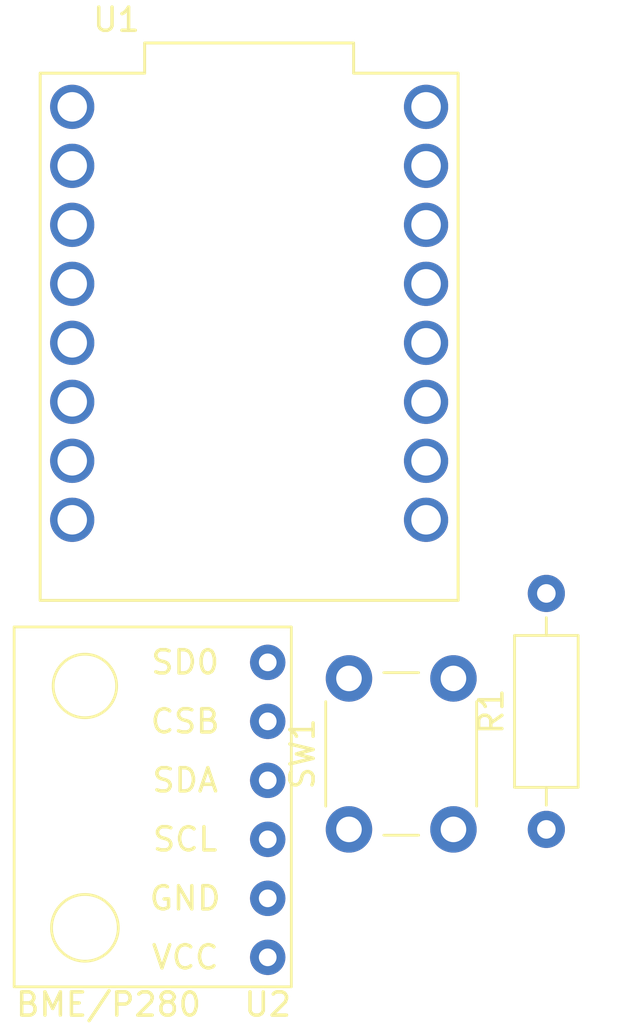
<source format=kicad_pcb>
(kicad_pcb (version 20240108) (generator "pcbnew") (generator_version "8.0")
  (layers (0 "F.Cu" signal) (31 "B.Cu" signal) (34 "B.Paste" user) (35 "F.Paste" user) (36 "B.SilkS" user "B.Silkscreen") (37 "F.SilkS" user "F.Silkscreen") (38 "B.Mask" user) (39 "F.Mask" user) (44 "Edge.Cuts" user))
  (net 0 "")
  (net 1 "GND")
  (net 2 "Net-(U1-GPIO1{slash}A)")
  (net 3 "+3V3")
  (net 8 "Net-(U1-GPIO9{slash}SCL)")
  (net 16 "Net-(U1-GPIO8{slash}SDA)")
  (footprint "Button_Switch_THT:SW_PUSH_6mm_H5mm" (layer "F.Cu") (at 145.5 116 90)
    (property "Reference" "SW1" (at 3.25 -2 270) (layer "F.SilkS"))
    (property "Value" "SW_Push")
    (fp_line (start 5.5 -1) (end 1 -1) (stroke (width 0.12)) (layer "F.SilkS"))
    (fp_line (start -0.25 1.5) (end -0.25 3) (stroke (width 0.12)) (layer "F.SilkS"))
    (fp_line (start 6.75 3) (end 6.75 1.5) (stroke (width 0.12)) (layer "F.SilkS"))
    (fp_line (start 1 5.5) (end 5.5 5.5) (stroke (width 0.12)) (layer "F.SilkS"))
    (pad "1" thru_hole circle (at 0 0 180) (size 2 2) (drill 1.1) (layers "*.Cu" "*.Mask") (net 3 "+3V3"))
    (pad "1" thru_hole circle (at 6.5 0 180) (size 2 2) (drill 1.1) (layers "*.Cu" "*.Mask") (net 3 "+3V3"))
    (pad "2" thru_hole circle (at 0 4.5 180) (size 2 2) (drill 1.1) (layers "*.Cu" "*.Mask") (net 2 "Net-(U1-GPIO1{slash}A)"))
    (pad "2" thru_hole circle (at 6.5 4.5 180) (size 2 2) (drill 1.1) (layers "*.Cu" "*.Mask") (net 2 "Net-(U1-GPIO1{slash}A)"))
  )
  (footprint "usini_sensors:module_bme280" (layer "F.Cu") (at 136.92 109.062 180)
    (property "Reference" "U2" (at -5.08 -14.478 180) (layer "F.SilkS"))
    (property "Value" "module_bme280")
    (fp_line (start 5.842 1.778) (end 5.842 -13.716) (stroke (width 0.12)) (layer "F.SilkS"))
    (fp_line (start 5.842 -13.716) (end -6.096 -13.716) (stroke (width 0.12)) (layer "F.SilkS"))
    (fp_line (start -6.096 1.778) (end 5.842 1.778) (stroke (width 0.12)) (layer "F.SilkS"))
    (fp_line (start -6.096 -13.716) (end -6.096 1.778) (stroke (width 0.12)) (layer "F.SilkS"))
    (fp_circle (center 2.794 -0.762) (end 3.302 0.508) (stroke (width 0.12)) (fill none) (layer "F.SilkS"))
    (fp_circle (center 2.794 -11.176) (end 3.81 -10.16) (stroke (width 0.12)) (fill none) (layer "F.SilkS"))
    (fp_text user "VCC" (at -1.524 -12.446 180) (layer "F.SilkS"))
    (fp_text user "SDA" (at -1.524 -4.826 180) (layer "F.SilkS"))
    (fp_text user "CSB" (at -1.524 -2.286 180) (layer "F.SilkS"))
    (fp_text user "BME/P280" (at 1.778 -14.478 180) (layer "F.SilkS"))
    (fp_text user "SCL" (at -1.524 -7.366 180) (layer "F.SilkS"))
    (fp_text user "SD0" (at -1.524 0.254 180) (layer "F.SilkS"))
    (fp_text user "GND" (at -1.524 -9.906 180) (layer "F.SilkS"))
    (pad "1" thru_hole circle (at -5.08 -12.446 180) (size 1.524 1.524) (drill 0.762) (layers "*.Cu" "*.Mask") (net 3 "+3V3"))
    (pad "2" thru_hole circle (at -5.08 -9.906 180) (size 1.524 1.524) (drill 0.762) (layers "*.Cu" "*.Mask") (net 1 "GND"))
    (pad "3" thru_hole circle (at -5.08 -7.366 180) (size 1.524 1.524) (drill 0.762) (layers "*.Cu" "*.Mask") (net 8 "Net-(U1-GPIO9{slash}SCL)"))
    (pad "4" thru_hole circle (at -5.08 -4.826 180) (size 1.524 1.524) (drill 0.762) (layers "*.Cu" "*.Mask") (net 16 "Net-(U1-GPIO8{slash}SDA)"))
    (pad "5" thru_hole circle (at -5.08 -2.286 180) (size 1.524 1.524) (drill 0.762) (layers "*.Cu" "*.Mask"))
    (pad "6" thru_hole circle (at -5.08 0.254 180) (size 1.524 1.524) (drill 0.762) (layers "*.Cu" "*.Mask"))
  )
  (footprint "footprints:MODULE_ESP32-C3_SUPERMINI" (layer "F.Cu") (at 141.2 94.79)
    (property "Reference" "U1" (at -5.715 -13.6525 0) (layer "F.SilkS"))
    (property "Value" "ESP32-C3_SUPERMINI")
    (fp_line (start -9 11.35) (end -9 -11.35) (stroke (width 0.127)) (layer "F.SilkS"))
    (fp_line (start -4.5 -12.65) (end -4.5 -11.35) (stroke (width 0.127)) (layer "F.SilkS"))
    (fp_line (start -4.5 -11.35) (end -9 -11.35) (stroke (width 0.127)) (layer "F.SilkS"))
    (fp_line (start 4.5 -12.65) (end -4.5 -12.65) (stroke (width 0.127)) (layer "F.SilkS"))
    (fp_line (start 4.5 -12.65) (end 4.5 -11.35) (stroke (width 0.127)) (layer "F.SilkS"))
    (fp_line (start 9 -11.35) (end 4.5 -11.35) (stroke (width 0.127)) (layer "F.SilkS"))
    (fp_line (start 9 11.35) (end -9 11.35) (stroke (width 0.127)) (layer "F.SilkS"))
    (fp_line (start 9 11.35) (end 9 -11.35) (stroke (width 0.127)) (layer "F.SilkS"))
    (pad "0" thru_hole circle (at 7.62 7.88) (size 1.905 1.905) (drill 1.27) (layers "*.Cu" "*.Mask"))
    (pad "1" thru_hole circle (at 7.62 5.34) (size 1.905 1.905) (drill 1.27) (layers "*.Cu" "*.Mask") (net 2 "Net-(U1-GPIO1{slash}A)"))
    (pad "2" thru_hole circle (at 7.62 2.8) (size 1.905 1.905) (drill 1.27) (layers "*.Cu" "*.Mask"))
    (pad "3" thru_hole circle (at 7.62 0.26) (size 1.905 1.905) (drill 1.27) (layers "*.Cu" "*.Mask"))
    (pad "3.3" thru_hole circle (at 7.62 -4.82) (size 1.905 1.905) (drill 1.27) (layers "*.Cu" "*.Mask") (net 3 "+3V3"))
    (pad "4" thru_hole circle (at 7.62 -2.28) (size 1.905 1.905) (drill 1.27) (layers "*.Cu" "*.Mask"))
    (pad "5" thru_hole circle (at -7.62 -9.9) (size 1.905 1.905) (drill 1.27) (layers "*.Cu" "*.Mask"))
    (pad "5V" thru_hole circle (at 7.62 -9.9) (size 1.905 1.905) (drill 1.27) (layers "*.Cu" "*.Mask"))
    (pad "6" thru_hole circle (at -7.62 -7.36) (size 1.905 1.905) (drill 1.27) (layers "*.Cu" "*.Mask"))
    (pad "7" thru_hole circle (at -7.62 -4.82) (size 1.905 1.905) (drill 1.27) (layers "*.Cu" "*.Mask"))
    (pad "8" thru_hole circle (at -7.62 -2.28) (size 1.905 1.905) (drill 1.27) (layers "*.Cu" "*.Mask") (net 16 "Net-(U1-GPIO8{slash}SDA)"))
    (pad "9" thru_hole circle (at -7.62 0.26) (size 1.905 1.905) (drill 1.27) (layers "*.Cu" "*.Mask") (net 8 "Net-(U1-GPIO9{slash}SCL)"))
    (pad "10" thru_hole circle (at -7.62 2.8) (size 1.905 1.905) (drill 1.27) (layers "*.Cu" "*.Mask"))
    (pad "20" thru_hole circle (at -7.62 5.34) (size 1.905 1.905) (drill 1.27) (layers "*.Cu" "*.Mask"))
    (pad "21" thru_hole circle (at -7.62 7.88) (size 1.905 1.905) (drill 1.27) (layers "*.Cu" "*.Mask"))
    (pad "G" thru_hole circle (at 7.62 -7.36) (size 1.905 1.905) (drill 1.27) (layers "*.Cu" "*.Mask") (net 1 "GND"))
  )
  (footprint "Resistor_THT:R_Axial_DIN0207_L6.3mm_D2.5mm_P10.16mm_Horizontal" (layer "F.Cu") (at 154 116 90)
    (property "Reference" "R1" (at 5.08 -2.37 270) (layer "F.SilkS"))
    (property "Value" "10k")
    (fp_line (start 8.35 -1.37) (end 1.81 -1.37) (stroke (width 0.12)) (layer "F.SilkS"))
    (fp_line (start 1.81 -1.37) (end 1.81 1.37) (stroke (width 0.12)) (layer "F.SilkS"))
    (fp_line (start 9.12 0) (end 8.35 0) (stroke (width 0.12)) (layer "F.SilkS"))
    (fp_line (start 1.04 0) (end 1.81 0) (stroke (width 0.12)) (layer "F.SilkS"))
    (fp_line (start 8.35 1.37) (end 8.35 -1.37) (stroke (width 0.12)) (layer "F.SilkS"))
    (fp_line (start 1.81 1.37) (end 8.35 1.37) (stroke (width 0.12)) (layer "F.SilkS"))
    (pad "1" thru_hole circle (at 0 0 90) (size 1.6 1.6) (drill 0.8) (layers "*.Cu" "*.Mask") (net 2 "Net-(U1-GPIO1{slash}A)"))
    (pad "2" thru_hole oval (at 10.16 0 90) (size 1.6 1.6) (drill 0.8) (layers "*.Cu" "*.Mask") (net 1 "GND"))
  )
)
</source>
